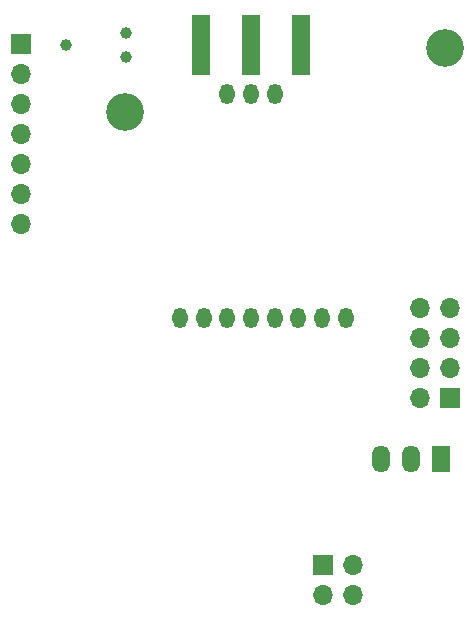
<source format=gbs>
G04 #@! TF.GenerationSoftware,KiCad,Pcbnew,(5.1.9-0-10_14)*
G04 #@! TF.CreationDate,2021-11-16T12:16:35+01:00*
G04 #@! TF.ProjectId,ithowifi_4l,6974686f-7769-4666-995f-346c2e6b6963,rev?*
G04 #@! TF.SameCoordinates,Original*
G04 #@! TF.FileFunction,Soldermask,Bot*
G04 #@! TF.FilePolarity,Negative*
%FSLAX46Y46*%
G04 Gerber Fmt 4.6, Leading zero omitted, Abs format (unit mm)*
G04 Created by KiCad (PCBNEW (5.1.9-0-10_14)) date 2021-11-16 12:16:35*
%MOMM*%
%LPD*%
G01*
G04 APERTURE LIST*
%ADD10C,3.200000*%
%ADD11C,1.500000*%
%ADD12O,1.300000X1.750000*%
%ADD13O,1.700000X1.700000*%
%ADD14R,1.700000X1.700000*%
%ADD15C,0.990600*%
%ADD16R,1.500000X5.080000*%
%ADD17O,1.500000X2.300000*%
%ADD18R,1.500000X2.300000*%
G04 APERTURE END LIST*
D10*
X121630000Y-108120000D03*
D11*
X105182180Y-109251460D03*
D12*
X107172000Y-112039000D03*
X105172000Y-112039000D03*
X103172000Y-112039000D03*
X99172000Y-131039000D03*
X101172000Y-131039000D03*
X103172000Y-131039000D03*
X105172000Y-131039000D03*
X107172000Y-131039000D03*
X109172000Y-131039000D03*
X111172000Y-131039000D03*
X113172000Y-131039000D03*
D13*
X113832000Y-154468000D03*
X111292000Y-154468000D03*
X113832000Y-151928000D03*
D14*
X111292000Y-151928000D03*
D10*
X94488000Y-113538000D03*
D15*
X94576000Y-108917400D03*
X94576000Y-106885400D03*
X89496000Y-107901400D03*
D13*
X85725000Y-123037600D03*
X85725000Y-120497600D03*
X85725000Y-117957600D03*
X85725000Y-115417600D03*
X85725000Y-112877600D03*
X85725000Y-110337600D03*
D14*
X85725000Y-107797600D03*
D16*
X100931400Y-107848400D03*
X109431400Y-107848400D03*
X105181400Y-107848400D03*
D17*
X116179600Y-142951200D03*
X118719600Y-142951200D03*
D18*
X121259600Y-142951200D03*
D14*
X122047000Y-137795000D03*
D13*
X119507000Y-137795000D03*
X122047000Y-135255000D03*
X119507000Y-135255000D03*
X122047000Y-132715000D03*
X119507000Y-132715000D03*
X122047000Y-130175000D03*
X119507000Y-130175000D03*
M02*

</source>
